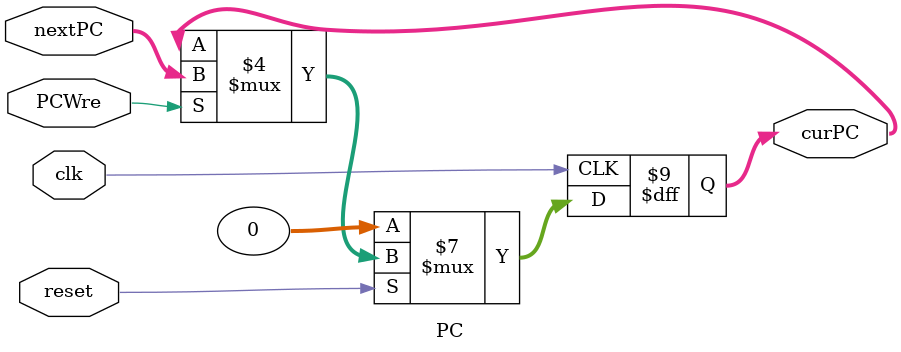
<source format=v>
`timescale 1ns / 1ps

module PC(
    input clk, 
    input reset,
    input [31:0] nextPC,
    input PCWre,
    output reg[31:0] curPC
);
 
    always@ (posedge clk) 
    begin
        // PC初值
        if(reset == 1'b0) 
            curPC <= 0; 
        // 下条指令的地址
        else if (PCWre == 1) 
            curPC <= nextPC;
    end
endmodule

</source>
